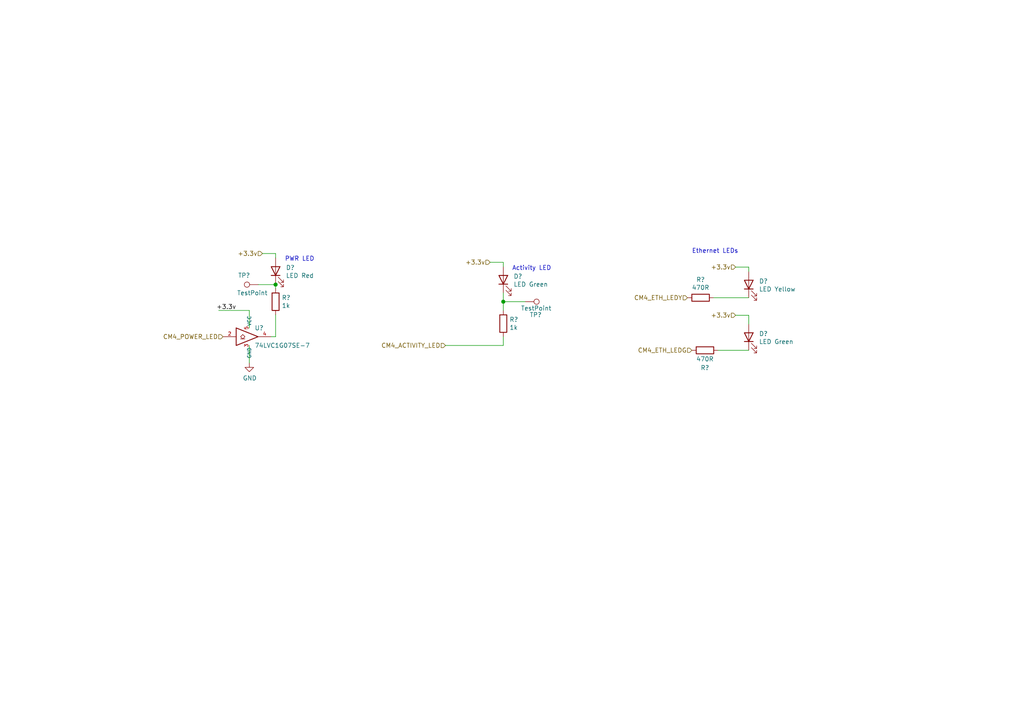
<source format=kicad_sch>
(kicad_sch (version 20201015) (generator eeschema)

  (page 0 16)

  (paper "A4")

  (lib_symbols
    (symbol "CM4IO:74LVC1G07_copy" (in_bom yes) (on_board yes)
      (property "Reference" "U" (id 0) (at -2.54 3.81 0)
        (effects (font (size 1.27 1.27)))
      )
      (property "Value" "74LVC1G07_copy" (id 1) (at 0 -3.81 0)
        (effects (font (size 1.27 1.27)))
      )
      (property "Footprint" "Package_TO_SOT_SMD:SOT-353_SC-70-5" (id 2) (at 0 0 0)
        (effects (font (size 1.27 1.27)) hide)
      )
      (property "Datasheet" "http://www.ti.com/lit/sg/scyt129e/scyt129e.pdf" (id 3) (at 0 0 0)
        (effects (font (size 1.27 1.27)) hide)
      )
      (property "ki_keywords" "Single Gate Buff LVC CMOS Open Drain" (id 4) (at 0 0 0)
        (effects (font (size 1.27 1.27)) hide)
      )
      (property "ki_description" "Single Buffer Gate w/ Open Drain, Low-Voltage CMOS" (id 5) (at 0 0 0)
        (effects (font (size 1.27 1.27)) hide)
      )
      (property "ki_fp_filters" "SOT* SG-*" (id 6) (at 0 0 0)
        (effects (font (size 1.27 1.27)) hide)
      )
      (symbol "74LVC1G07_copy_0_1"
        (polyline
          (pts
            (xy -2.54 -0.635)
            (xy -1.27 -0.635)
          )
          (stroke (width 0)) (fill (type none))
        )
        (polyline
          (pts
            (xy -3.81 2.54)
            (xy -3.81 -2.54)
            (xy 2.54 0)
            (xy -3.81 2.54)
          )
          (stroke (width 0.254)) (fill (type none))
        )
        (polyline
          (pts
            (xy -1.905 0.635)
            (xy -2.54 0)
            (xy -1.905 -0.635)
            (xy -1.27 0)
            (xy -1.905 0.635)
          )
          (stroke (width 0)) (fill (type none))
        )
      )
      (symbol "74LVC1G07_copy_1_1"
        (pin input line (at -7.62 0 0) (length 3.81)
          (name "~" (effects (font (size 1.016 1.016))))
          (number "2" (effects (font (size 1.016 1.016))))
        )
        (pin power_in line (at 0 -2.54 270) (length 0)
          (name "GND" (effects (font (size 1.016 1.016))))
          (number "3" (effects (font (size 1.016 1.016))))
        )
        (pin open_collector line (at 6.35 0 180) (length 3.81)
          (name "~" (effects (font (size 1.016 1.016))))
          (number "4" (effects (font (size 1.016 1.016))))
        )
        (pin power_in line (at 0 2.54 90) (length 0)
          (name "VCC" (effects (font (size 1.016 1.016))))
          (number "5" (effects (font (size 1.016 1.016))))
        )
      )
    )
    (symbol "Connector:TestPoint" (pin_numbers hide) (pin_names (offset 0.762) hide) (in_bom yes) (on_board yes)
      (property "Reference" "TP" (id 0) (at 0 6.858 0)
        (effects (font (size 1.27 1.27)))
      )
      (property "Value" "TestPoint" (id 1) (at 0 5.08 0)
        (effects (font (size 1.27 1.27)))
      )
      (property "Footprint" "" (id 2) (at 5.08 0 0)
        (effects (font (size 1.27 1.27)) hide)
      )
      (property "Datasheet" "~" (id 3) (at 5.08 0 0)
        (effects (font (size 1.27 1.27)) hide)
      )
      (property "ki_keywords" "test point tp" (id 4) (at 0 0 0)
        (effects (font (size 1.27 1.27)) hide)
      )
      (property "ki_description" "test point" (id 5) (at 0 0 0)
        (effects (font (size 1.27 1.27)) hide)
      )
      (property "ki_fp_filters" "Pin* Test*" (id 6) (at 0 0 0)
        (effects (font (size 1.27 1.27)) hide)
      )
      (symbol "TestPoint_0_1"
        (circle (center 0 3.302) (radius 0.762) (stroke (width 0)) (fill (type none)))
      )
      (symbol "TestPoint_1_1"
        (pin passive line (at 0 0 90) (length 2.54)
          (name "1" (effects (font (size 1.27 1.27))))
          (number "1" (effects (font (size 1.27 1.27))))
        )
      )
    )
    (symbol "Device:LED" (pin_numbers hide) (pin_names hide) (in_bom yes) (on_board yes)
      (property "Reference" "D" (id 0) (at 0 2.54 0)
        (effects (font (size 1.27 1.27)))
      )
      (property "Value" "LED" (id 1) (at 0 -2.54 0)
        (effects (font (size 1.27 1.27)))
      )
      (property "Footprint" "" (id 2) (at 0 0 0)
        (effects (font (size 1.27 1.27)) hide)
      )
      (property "Datasheet" "~" (id 3) (at 0 0 0)
        (effects (font (size 1.27 1.27)) hide)
      )
      (property "ki_keywords" "LED diode" (id 4) (at 0 0 0)
        (effects (font (size 1.27 1.27)) hide)
      )
      (property "ki_description" "Light emitting diode" (id 5) (at 0 0 0)
        (effects (font (size 1.27 1.27)) hide)
      )
      (property "ki_fp_filters" "LED* LED_SMD:* LED_THT:*" (id 6) (at 0 0 0)
        (effects (font (size 1.27 1.27)) hide)
      )
      (symbol "LED_0_1"
        (polyline
          (pts
            (xy -1.27 -1.27)
            (xy -1.27 1.27)
          )
          (stroke (width 0.254)) (fill (type none))
        )
        (polyline
          (pts
            (xy -1.27 0)
            (xy 1.27 0)
          )
          (stroke (width 0)) (fill (type none))
        )
        (polyline
          (pts
            (xy 1.27 -1.27)
            (xy 1.27 1.27)
            (xy -1.27 0)
            (xy 1.27 -1.27)
          )
          (stroke (width 0.254)) (fill (type none))
        )
        (polyline
          (pts
            (xy -3.048 -0.762)
            (xy -4.572 -2.286)
            (xy -3.81 -2.286)
            (xy -4.572 -2.286)
            (xy -4.572 -1.524)
          )
          (stroke (width 0)) (fill (type none))
        )
        (polyline
          (pts
            (xy -1.778 -0.762)
            (xy -3.302 -2.286)
            (xy -2.54 -2.286)
            (xy -3.302 -2.286)
            (xy -3.302 -1.524)
          )
          (stroke (width 0)) (fill (type none))
        )
      )
      (symbol "LED_1_1"
        (pin passive line (at -3.81 0 0) (length 2.54)
          (name "K" (effects (font (size 1.27 1.27))))
          (number "1" (effects (font (size 1.27 1.27))))
        )
        (pin passive line (at 3.81 0 180) (length 2.54)
          (name "A" (effects (font (size 1.27 1.27))))
          (number "2" (effects (font (size 1.27 1.27))))
        )
      )
    )
    (symbol "Device:R" (pin_numbers hide) (pin_names (offset 0)) (in_bom yes) (on_board yes)
      (property "Reference" "R" (id 0) (at 2.032 0 90)
        (effects (font (size 1.27 1.27)))
      )
      (property "Value" "R" (id 1) (at 0 0 90)
        (effects (font (size 1.27 1.27)))
      )
      (property "Footprint" "" (id 2) (at -1.778 0 90)
        (effects (font (size 1.27 1.27)) hide)
      )
      (property "Datasheet" "~" (id 3) (at 0 0 0)
        (effects (font (size 1.27 1.27)) hide)
      )
      (property "ki_keywords" "R res resistor" (id 4) (at 0 0 0)
        (effects (font (size 1.27 1.27)) hide)
      )
      (property "ki_description" "Resistor" (id 5) (at 0 0 0)
        (effects (font (size 1.27 1.27)) hide)
      )
      (property "ki_fp_filters" "R_*" (id 6) (at 0 0 0)
        (effects (font (size 1.27 1.27)) hide)
      )
      (symbol "R_0_1"
        (rectangle (start -1.016 -2.54) (end 1.016 2.54)
          (stroke (width 0.254)) (fill (type none))
        )
      )
      (symbol "R_1_1"
        (pin passive line (at 0 3.81 270) (length 1.27)
          (name "~" (effects (font (size 1.27 1.27))))
          (number "1" (effects (font (size 1.27 1.27))))
        )
        (pin passive line (at 0 -3.81 90) (length 1.27)
          (name "~" (effects (font (size 1.27 1.27))))
          (number "2" (effects (font (size 1.27 1.27))))
        )
      )
    )
    (symbol "power:GND" (power) (pin_names (offset 0)) (in_bom yes) (on_board yes)
      (property "Reference" "#PWR" (id 0) (at 0 -6.35 0)
        (effects (font (size 1.27 1.27)) hide)
      )
      (property "Value" "GND" (id 1) (at 0 -3.81 0)
        (effects (font (size 1.27 1.27)))
      )
      (property "Footprint" "" (id 2) (at 0 0 0)
        (effects (font (size 1.27 1.27)) hide)
      )
      (property "Datasheet" "" (id 3) (at 0 0 0)
        (effects (font (size 1.27 1.27)) hide)
      )
      (property "ki_keywords" "power-flag" (id 4) (at 0 0 0)
        (effects (font (size 1.27 1.27)) hide)
      )
      (property "ki_description" "Power symbol creates a global label with name \"GND\" , ground" (id 5) (at 0 0 0)
        (effects (font (size 1.27 1.27)) hide)
      )
      (symbol "GND_0_1"
        (polyline
          (pts
            (xy 0 0)
            (xy 0 -1.27)
            (xy 1.27 -1.27)
            (xy 0 -2.54)
            (xy -1.27 -1.27)
            (xy 0 -1.27)
          )
          (stroke (width 0)) (fill (type none))
        )
      )
      (symbol "GND_1_1"
        (pin power_in line (at 0 0 270) (length 0) hide
          (name "GND" (effects (font (size 1.27 1.27))))
          (number "1" (effects (font (size 1.27 1.27))))
        )
      )
    )
  )

  (junction (at 79.9338 82.55) (diameter 1.016) (color 0 0 0 0))
  (junction (at 145.9738 87.503) (diameter 1.016) (color 0 0 0 0))

  (wire (pts (xy 72.3138 90.043) (xy 63.4238 90.043))
    (stroke (width 0) (type solid) (color 0 0 0 0))
  )
  (wire (pts (xy 72.3138 95.123) (xy 72.3138 90.043))
    (stroke (width 0) (type solid) (color 0 0 0 0))
  )
  (wire (pts (xy 72.3138 100.203) (xy 72.3138 105.283))
    (stroke (width 0) (type solid) (color 0 0 0 0))
  )
  (wire (pts (xy 74.93 82.55) (xy 79.9338 82.55))
    (stroke (width 0) (type solid) (color 0 0 0 0))
  )
  (wire (pts (xy 79.9338 73.533) (xy 76.1238 73.533))
    (stroke (width 0) (type solid) (color 0 0 0 0))
  )
  (wire (pts (xy 79.9338 74.803) (xy 79.9338 73.533))
    (stroke (width 0) (type solid) (color 0 0 0 0))
  )
  (wire (pts (xy 79.9338 82.423) (xy 79.9338 82.55))
    (stroke (width 0) (type solid) (color 0 0 0 0))
  )
  (wire (pts (xy 79.9338 82.55) (xy 79.9338 83.693))
    (stroke (width 0) (type solid) (color 0 0 0 0))
  )
  (wire (pts (xy 79.9338 91.313) (xy 79.9338 97.663))
    (stroke (width 0) (type solid) (color 0 0 0 0))
  )
  (wire (pts (xy 79.9338 97.663) (xy 78.6638 97.663))
    (stroke (width 0) (type solid) (color 0 0 0 0))
  )
  (wire (pts (xy 129.2098 100.203) (xy 145.9738 100.203))
    (stroke (width 0) (type solid) (color 0 0 0 0))
  )
  (wire (pts (xy 145.9738 76.073) (xy 142.1638 76.073))
    (stroke (width 0) (type solid) (color 0 0 0 0))
  )
  (wire (pts (xy 145.9738 77.343) (xy 145.9738 76.073))
    (stroke (width 0) (type solid) (color 0 0 0 0))
  )
  (wire (pts (xy 145.9738 87.503) (xy 145.9738 84.963))
    (stroke (width 0) (type solid) (color 0 0 0 0))
  )
  (wire (pts (xy 145.9738 90.043) (xy 145.9738 87.503))
    (stroke (width 0) (type solid) (color 0 0 0 0))
  )
  (wire (pts (xy 145.9738 100.203) (xy 145.9738 97.663))
    (stroke (width 0) (type solid) (color 0 0 0 0))
  )
  (wire (pts (xy 152.3238 87.503) (xy 145.9738 87.503))
    (stroke (width 0) (type solid) (color 0 0 0 0))
  )
  (wire (pts (xy 207.01 86.36) (xy 217.17 86.36))
    (stroke (width 0) (type solid) (color 0 0 0 0))
  )
  (wire (pts (xy 208.28 101.6) (xy 217.17 101.6))
    (stroke (width 0) (type solid) (color 0 0 0 0))
  )
  (wire (pts (xy 217.17 77.47) (xy 213.36 77.47))
    (stroke (width 0) (type solid) (color 0 0 0 0))
  )
  (wire (pts (xy 217.17 78.74) (xy 217.17 77.47))
    (stroke (width 0) (type solid) (color 0 0 0 0))
  )
  (wire (pts (xy 217.17 91.44) (xy 213.36 91.44))
    (stroke (width 0) (type solid) (color 0 0 0 0))
  )
  (wire (pts (xy 217.17 91.44) (xy 217.17 93.98))
    (stroke (width 0) (type solid) (color 0 0 0 0))
  )

  (text "PWR LED" (at 82.6008 75.946 0)
    (effects (font (size 1.27 1.27)) (justify left bottom))
  )
  (text "Activity LED" (at 148.5138 78.613 0)
    (effects (font (size 1.27 1.27)) (justify left bottom))
  )
  (text "Ethernet LEDs" (at 200.66 73.66 0)
    (effects (font (size 1.27 1.27)) (justify left bottom))
  )

  (label "+3.3v" (at 68.5038 90.043 180)
    (effects (font (size 1.27 1.27)) (justify right bottom))
  )

  (hierarchical_label "CM4_POWER_LED" (shape input) (at 64.6938 97.663 180)
    (effects (font (size 1.27 1.27)) (justify right))
  )
  (hierarchical_label "+3.3v" (shape input) (at 76.1238 73.533 180)
    (effects (font (size 1.27 1.27)) (justify right))
  )
  (hierarchical_label "CM4_ACTIVITY_LED" (shape input) (at 129.2098 100.203 180)
    (effects (font (size 1.27 1.27)) (justify right))
  )
  (hierarchical_label "+3.3v" (shape input) (at 142.1638 76.073 180)
    (effects (font (size 1.27 1.27)) (justify right))
  )
  (hierarchical_label "CM4_ETH_LEDY" (shape input) (at 199.39 86.36 180)
    (effects (font (size 1.27 1.27)) (justify right))
  )
  (hierarchical_label "CM4_ETH_LEDG" (shape input) (at 200.66 101.6 180)
    (effects (font (size 1.27 1.27)) (justify right))
  )
  (hierarchical_label "+3.3v" (shape input) (at 213.36 77.47 180)
    (effects (font (size 1.27 1.27)) (justify right))
  )
  (hierarchical_label "+3.3v" (shape input) (at 213.36 91.44 180)
    (effects (font (size 1.27 1.27)) (justify right))
  )

  (symbol (lib_id "Connector:TestPoint") (at 74.93 82.55 90)
    (in_bom yes) (on_board yes)
    (uuid "7dcf63ff-3839-49fe-bcd6-c919a35ed7a5")
    (property "Reference" "TP?" (id 0) (at 72.5678 79.883 90)
      (effects (font (size 1.27 1.27)) (justify left))
    )
    (property "Value" "TestPoint" (id 1) (at 77.6478 84.963 90)
      (effects (font (size 1.27 1.27)) (justify left))
    )
    (property "Footprint" "TestPoint:TestPoint_Pad_2.0x2.0mm" (id 2) (at 74.93 77.47 0)
      (effects (font (size 1.27 1.27)) hide)
    )
    (property "Datasheet" "" (id 3) (at 74.93 77.47 0)
      (effects (font (size 1.27 1.27)) hide)
    )
    (property "Field4" "nf" (id 4) (at 74.93 82.55 0)
      (effects (font (size 1.27 1.27)) hide)
    )
    (property "Field5" "nf" (id 5) (at 74.93 82.55 0)
      (effects (font (size 1.27 1.27)) hide)
    )
    (property "Field6" "nf" (id 6) (at 74.93 82.55 0)
      (effects (font (size 1.27 1.27)) hide)
    )
    (property "Field7" "nf" (id 7) (at 74.93 82.55 0)
      (effects (font (size 1.27 1.27)) hide)
    )
  )

  (symbol (lib_id "Connector:TestPoint") (at 152.3238 87.503 270)
    (in_bom yes) (on_board yes)
    (uuid "84426393-1cc8-44ae-8cbe-784809068535")
    (property "Reference" "TP?" (id 0) (at 153.5938 91.313 90)
      (effects (font (size 1.27 1.27)) (justify left))
    )
    (property "Value" "TestPoint" (id 1) (at 151.0538 89.408 90)
      (effects (font (size 1.27 1.27)) (justify left))
    )
    (property "Footprint" "TestPoint:TestPoint_Pad_2.0x2.0mm" (id 2) (at 152.3238 92.583 0)
      (effects (font (size 1.27 1.27)) hide)
    )
    (property "Datasheet" "" (id 3) (at 152.3238 92.583 0)
      (effects (font (size 1.27 1.27)) hide)
    )
    (property "Field4" "nf" (id 4) (at 152.3238 87.503 0)
      (effects (font (size 1.27 1.27)) hide)
    )
    (property "Field5" "nf" (id 5) (at 152.3238 87.503 0)
      (effects (font (size 1.27 1.27)) hide)
    )
    (property "Field6" "nf" (id 6) (at 152.3238 87.503 0)
      (effects (font (size 1.27 1.27)) hide)
    )
    (property "Field7" "nf" (id 7) (at 152.3238 87.503 0)
      (effects (font (size 1.27 1.27)) hide)
    )
  )

  (symbol (lib_id "power:GND") (at 72.3138 105.283 0)
    (in_bom yes) (on_board yes)
    (uuid "5b639197-66f8-46cc-94e2-49d22333617d")
    (property "Reference" "#PWR?" (id 0) (at 72.3138 111.633 0)
      (effects (font (size 1.27 1.27)) hide)
    )
    (property "Value" "GND" (id 1) (at 72.4408 109.6772 0))
    (property "Footprint" "" (id 2) (at 72.3138 105.283 0)
      (effects (font (size 1.27 1.27)) hide)
    )
    (property "Datasheet" "" (id 3) (at 72.3138 105.283 0)
      (effects (font (size 1.27 1.27)) hide)
    )
  )

  (symbol (lib_id "Device:R") (at 79.9338 87.503 0)
    (in_bom yes) (on_board yes)
    (uuid "6c487c7b-80d9-4257-871e-9921ac1b172d")
    (property "Reference" "R?" (id 0) (at 81.7118 86.3346 0)
      (effects (font (size 1.27 1.27)) (justify left))
    )
    (property "Value" "1k" (id 1) (at 81.7118 88.646 0)
      (effects (font (size 1.27 1.27)) (justify left))
    )
    (property "Footprint" "Resistor_SMD:R_0402_1005Metric" (id 2) (at 78.1558 87.503 90)
      (effects (font (size 1.27 1.27)) hide)
    )
    (property "Datasheet" "https://fscdn.rohm.com/en/products/databook/datasheet/passive/resistor/chip_resistor/mcr-e.pdf" (id 3) (at 79.9338 87.503 0)
      (effects (font (size 1.27 1.27)) hide)
    )
    (property "Field4" "Farnell" (id 4) (at 79.9338 87.503 0)
      (effects (font (size 1.27 1.27)) hide)
    )
    (property "Field5" "9239235" (id 5) (at 79.9338 87.503 0)
      (effects (font (size 1.27 1.27)) hide)
    )
    (property "Field7" "KOA EUROPE GMBH" (id 6) (at 79.9338 87.503 0)
      (effects (font (size 1.27 1.27)) hide)
    )
    (property "Field6" "RK73H1ETTP1001F" (id 7) (at 79.9338 87.503 0)
      (effects (font (size 1.27 1.27)) hide)
    )
    (property "Part Description" "Resistor 1K M1005 1% 63mW" (id 8) (at 79.9338 87.503 0)
      (effects (font (size 1.27 1.27)) hide)
    )
    (property "Field8" "125049511" (id 9) (at 79.9338 87.503 0)
      (effects (font (size 1.27 1.27)) hide)
    )
  )

  (symbol (lib_id "Device:R") (at 145.9738 93.853 0)
    (in_bom yes) (on_board yes)
    (uuid "bff4f5f4-097c-408a-85c3-b4956151d629")
    (property "Reference" "R?" (id 0) (at 147.7518 92.6846 0)
      (effects (font (size 1.27 1.27)) (justify left))
    )
    (property "Value" "1k" (id 1) (at 147.7518 94.996 0)
      (effects (font (size 1.27 1.27)) (justify left))
    )
    (property "Footprint" "Resistor_SMD:R_0402_1005Metric" (id 2) (at 144.1958 93.853 90)
      (effects (font (size 1.27 1.27)) hide)
    )
    (property "Datasheet" "https://fscdn.rohm.com/en/products/databook/datasheet/passive/resistor/chip_resistor/mcr-e.pdf" (id 3) (at 145.9738 93.853 0)
      (effects (font (size 1.27 1.27)) hide)
    )
    (property "Field4" "Farnell" (id 4) (at 145.9738 93.853 0)
      (effects (font (size 1.27 1.27)) hide)
    )
    (property "Field5" "9239235" (id 5) (at 145.9738 93.853 0)
      (effects (font (size 1.27 1.27)) hide)
    )
    (property "Field7" "KOA EUROPE GMBH" (id 6) (at 145.9738 93.853 0)
      (effects (font (size 1.27 1.27)) hide)
    )
    (property "Field6" "RK73H1ETTP1001F" (id 7) (at 145.9738 93.853 0)
      (effects (font (size 1.27 1.27)) hide)
    )
    (property "Part Description" "Resistor 1K M1005 1% 63mW" (id 8) (at 145.9738 93.853 0)
      (effects (font (size 1.27 1.27)) hide)
    )
    (property "Field8" "125049511" (id 9) (at 145.9738 93.853 0)
      (effects (font (size 1.27 1.27)) hide)
    )
  )

  (symbol (lib_id "Device:R") (at 203.2 86.36 270)
    (in_bom yes) (on_board yes)
    (uuid "2ebbefdc-684e-4a30-9a93-30026fa2f5a3")
    (property "Reference" "R?" (id 0) (at 203.2 81.1022 90))
    (property "Value" "470R" (id 1) (at 203.2 83.4136 90))
    (property "Footprint" "Resistor_SMD:R_0402_1005Metric" (id 2) (at 203.2 84.582 90)
      (effects (font (size 1.27 1.27)) hide)
    )
    (property "Datasheet" "https://fscdn.rohm.com/en/products/databook/datasheet/passive/resistor/chip_resistor/mcr-e.pdf" (id 3) (at 203.2 86.36 0)
      (effects (font (size 1.27 1.27)) hide)
    )
    (property "Field4" "Farnell" (id 4) (at 203.2 86.36 0)
      (effects (font (size 1.27 1.27)) hide)
    )
    (property "Field5" "9239197" (id 5) (at 203.2 86.36 0)
      (effects (font (size 1.27 1.27)) hide)
    )
    (property "Field7" "KOA EUROPE GMBH" (id 6) (at 203.2 86.36 0)
      (effects (font (size 1.27 1.27)) hide)
    )
    (property "Field6" "RK73G1ETQTP4700D         " (id 7) (at 203.2 86.36 0)
      (effects (font (size 1.27 1.27)) hide)
    )
    (property "Field8" "120887981" (id 8) (at 203.2 86.36 0)
      (effects (font (size 1.27 1.27)) hide)
    )
    (property "Part Description" "Resistor 470R M1005 1% 63mW" (id 9) (at 203.2 86.36 0)
      (effects (font (size 1.27 1.27)) hide)
    )
  )

  (symbol (lib_id "Device:R") (at 204.47 101.6 270)
    (in_bom yes) (on_board yes)
    (uuid "3960190f-1282-4804-a579-a4c8d71ac62e")
    (property "Reference" "R?" (id 0) (at 204.47 106.68 90))
    (property "Value" "470R" (id 1) (at 204.47 104.14 90))
    (property "Footprint" "Resistor_SMD:R_0402_1005Metric" (id 2) (at 204.47 99.822 90)
      (effects (font (size 1.27 1.27)) hide)
    )
    (property "Datasheet" "https://fscdn.rohm.com/en/products/databook/datasheet/passive/resistor/chip_resistor/mcr-e.pdf" (id 3) (at 204.47 101.6 0)
      (effects (font (size 1.27 1.27)) hide)
    )
    (property "Field4" "Farnell" (id 4) (at 204.47 101.6 0)
      (effects (font (size 1.27 1.27)) hide)
    )
    (property "Field5" "9239197" (id 5) (at 204.47 101.6 0)
      (effects (font (size 1.27 1.27)) hide)
    )
    (property "Field7" "KOA EUROPE GMBH" (id 6) (at 204.47 101.6 0)
      (effects (font (size 1.27 1.27)) hide)
    )
    (property "Field6" "RK73G1ETQTP4700D         " (id 7) (at 204.47 101.6 0)
      (effects (font (size 1.27 1.27)) hide)
    )
    (property "Field8" "120887981" (id 8) (at 204.47 101.6 0)
      (effects (font (size 1.27 1.27)) hide)
    )
    (property "Part Description" "Resistor 470R M1005 1% 63mW" (id 9) (at 204.47 101.6 0)
      (effects (font (size 1.27 1.27)) hide)
    )
  )

  (symbol (lib_id "Device:LED") (at 79.9338 78.613 90)
    (in_bom yes) (on_board yes)
    (uuid "711e610d-378e-4f2f-9165-07915e571dfa")
    (property "Reference" "D?" (id 0) (at 82.9056 77.6224 90)
      (effects (font (size 1.27 1.27)) (justify right))
    )
    (property "Value" "LED Red" (id 1) (at 82.9056 79.9338 90)
      (effects (font (size 1.27 1.27)) (justify right))
    )
    (property "Footprint" "LED_SMD:LED_0603_1608Metric" (id 2) (at 79.9338 78.613 0)
      (effects (font (size 1.27 1.27)) hide)
    )
    (property "Datasheet" "http://optoelectronics.liteon.com/upload/download/DS22-2000-210/LTST-S270KRKT.pdf" (id 3) (at 79.9338 78.613 0)
      (effects (font (size 1.27 1.27)) hide)
    )
    (property "Field4" "Digikey " (id 4) (at 79.9338 78.613 0)
      (effects (font (size 1.27 1.27)) hide)
    )
    (property "Field5" "	LTST-S270KRKT" (id 5) (at 79.9338 78.613 0)
      (effects (font (size 1.27 1.27)) hide)
    )
    (property "Field6" "SML-A12U8TT86Q" (id 6) (at 79.9338 78.613 0)
      (effects (font (size 1.27 1.27)) hide)
    )
    (property "Field7" "Rohm" (id 7) (at 79.9338 78.613 0)
      (effects (font (size 1.27 1.27)) hide)
    )
    (property "Field8" "650295101" (id 8) (at 79.9338 78.613 0)
      (effects (font (size 1.27 1.27)) hide)
    )
    (property "Part Description" "	Red 620nm LED Indication - Discrete 2.2V 2-SMD, No Lead" (id 9) (at 79.9338 78.613 0)
      (effects (font (size 1.27 1.27)) hide)
    )
  )

  (symbol (lib_id "Device:LED") (at 145.9738 81.153 90)
    (in_bom yes) (on_board yes)
    (uuid "6b2594de-8009-4f56-b41a-4e99a806e0fa")
    (property "Reference" "D?" (id 0) (at 148.9456 80.1624 90)
      (effects (font (size 1.27 1.27)) (justify right))
    )
    (property "Value" "LED Green" (id 1) (at 148.9456 82.4738 90)
      (effects (font (size 1.27 1.27)) (justify right))
    )
    (property "Footprint" "LED_SMD:LED_0603_1608Metric" (id 2) (at 145.9738 81.153 0)
      (effects (font (size 1.27 1.27)) hide)
    )
    (property "Datasheet" "http://optoelectronics.liteon.com/upload/download/DS22-2000-226/LTST-S270KGKT.pdf" (id 3) (at 145.9738 81.153 0)
      (effects (font (size 1.27 1.27)) hide)
    )
    (property "Field4" "Digikey " (id 4) (at 145.9738 81.153 0)
      (effects (font (size 1.27 1.27)) hide)
    )
    (property "Field5" "LTST-S270KGKT" (id 5) (at 145.9738 81.153 0)
      (effects (font (size 1.27 1.27)) hide)
    )
    (property "Field6" "SML-A12M8TT86N" (id 6) (at 145.9738 81.153 0)
      (effects (font (size 1.27 1.27)) hide)
    )
    (property "Field7" "Rohm" (id 7) (at 145.9738 81.153 0)
      (effects (font (size 1.27 1.27)) hide)
    )
    (property "Field8" "650263301" (id 8) (at 145.9738 81.153 0)
      (effects (font (size 1.27 1.27)) hide)
    )
    (property "Part Description" "	Green 572nm LED Indication - Discrete 2.2V 2-SMD, No Lead" (id 9) (at 145.9738 81.153 0)
      (effects (font (size 1.27 1.27)) hide)
    )
  )

  (symbol (lib_id "Device:LED") (at 217.17 82.55 90)
    (in_bom yes) (on_board yes)
    (uuid "731dc1cb-4dce-4ec6-a244-bb0290e1d1af")
    (property "Reference" "D?" (id 0) (at 220.1418 81.5594 90)
      (effects (font (size 1.27 1.27)) (justify right))
    )
    (property "Value" "LED Yellow" (id 1) (at 220.142 83.871 90)
      (effects (font (size 1.27 1.27)) (justify right))
    )
    (property "Footprint" "LED_SMD:LED_0603_1608Metric" (id 2) (at 217.17 82.55 0)
      (effects (font (size 1.27 1.27)) hide)
    )
    (property "Datasheet" "http://optoelectronics.liteon.com/upload/download/DS22-2000-226/LTST-S270KGKT.pdf" (id 3) (at 217.17 82.55 0)
      (effects (font (size 1.27 1.27)) hide)
    )
    (property "Field4" "Digikey " (id 4) (at 217.17 82.55 0)
      (effects (font (size 1.27 1.27)) hide)
    )
    (property "Field5" "LTST-S270KGKT" (id 5) (at 217.17 82.55 0)
      (effects (font (size 1.27 1.27)) hide)
    )
    (property "Field6" "SML-A12M8TT86N" (id 6) (at 217.17 82.55 0)
      (effects (font (size 1.27 1.27)) hide)
    )
    (property "Field7" "Rohm" (id 7) (at 217.17 82.55 0)
      (effects (font (size 1.27 1.27)) hide)
    )
    (property "Field8" "650263301" (id 8) (at 217.17 82.55 0)
      (effects (font (size 1.27 1.27)) hide)
    )
    (property "Part Description" "	Green 572nm LED Indication - Discrete 2.2V 2-SMD, No Lead" (id 9) (at 217.17 82.55 0)
      (effects (font (size 1.27 1.27)) hide)
    )
  )

  (symbol (lib_id "Device:LED") (at 217.17 97.79 90)
    (in_bom yes) (on_board yes)
    (uuid "7b15a011-b9eb-4183-b9e8-607b66925c1f")
    (property "Reference" "D?" (id 0) (at 220.1418 96.7994 90)
      (effects (font (size 1.27 1.27)) (justify right))
    )
    (property "Value" "LED Green" (id 1) (at 220.142 99.111 90)
      (effects (font (size 1.27 1.27)) (justify right))
    )
    (property "Footprint" "LED_SMD:LED_0603_1608Metric" (id 2) (at 217.17 97.79 0)
      (effects (font (size 1.27 1.27)) hide)
    )
    (property "Datasheet" "http://optoelectronics.liteon.com/upload/download/DS22-2000-226/LTST-S270KGKT.pdf" (id 3) (at 217.17 97.79 0)
      (effects (font (size 1.27 1.27)) hide)
    )
    (property "Field4" "Digikey " (id 4) (at 217.17 97.79 0)
      (effects (font (size 1.27 1.27)) hide)
    )
    (property "Field5" "LTST-S270KGKT" (id 5) (at 217.17 97.79 0)
      (effects (font (size 1.27 1.27)) hide)
    )
    (property "Field6" "SML-A12M8TT86N" (id 6) (at 217.17 97.79 0)
      (effects (font (size 1.27 1.27)) hide)
    )
    (property "Field7" "Rohm" (id 7) (at 217.17 97.79 0)
      (effects (font (size 1.27 1.27)) hide)
    )
    (property "Field8" "650263301" (id 8) (at 217.17 97.79 0)
      (effects (font (size 1.27 1.27)) hide)
    )
    (property "Part Description" "	Green 572nm LED Indication - Discrete 2.2V 2-SMD, No Lead" (id 9) (at 217.17 97.79 0)
      (effects (font (size 1.27 1.27)) hide)
    )
  )

  (symbol (lib_id "CM4IO:74LVC1G07_copy") (at 72.3138 97.663 0)
    (in_bom yes) (on_board yes)
    (uuid "c867de2e-1e48-47c2-8e1d-fbecc79af378")
    (property "Reference" "U?" (id 0) (at 73.8378 95.123 0)
      (effects (font (size 1.27 1.27)) (justify left))
    )
    (property "Value" "74LVC1G07SE-7" (id 1) (at 73.8378 100.203 0)
      (effects (font (size 1.27 1.27)) (justify left))
    )
    (property "Footprint" "Package_TO_SOT_SMD:SOT-353_SC-70-5" (id 2) (at 72.3138 97.663 0)
      (effects (font (size 1.27 1.27)) hide)
    )
    (property "Datasheet" "https://www.diodes.com/assets/Datasheets/74LVC1G07.pdf" (id 3) (at 72.3138 97.663 0)
      (effects (font (size 1.27 1.27)) hide)
    )
    (property "Field4" "Farnell" (id 4) (at 72.3138 97.663 0)
      (effects (font (size 1.27 1.27)) hide)
    )
    (property "Field5" "2425492" (id 5) (at 72.3138 97.663 0)
      (effects (font (size 1.27 1.27)) hide)
    )
    (property "Field6" "74LVC1G07SE-7" (id 6) (at 72.3138 97.663 0)
      (effects (font (size 1.27 1.27)) hide)
    )
    (property "Field7" "Diodes" (id 7) (at 72.3138 97.663 0)
      (effects (font (size 1.27 1.27)) hide)
    )
    (property "Part Description" "Buffer, Non-Inverting 1 Element 1 Bit per Element Open Drain Output SOT-353" (id 8) (at 72.3138 97.663 0)
      (effects (font (size 1.27 1.27)) hide)
    )
  )
)

</source>
